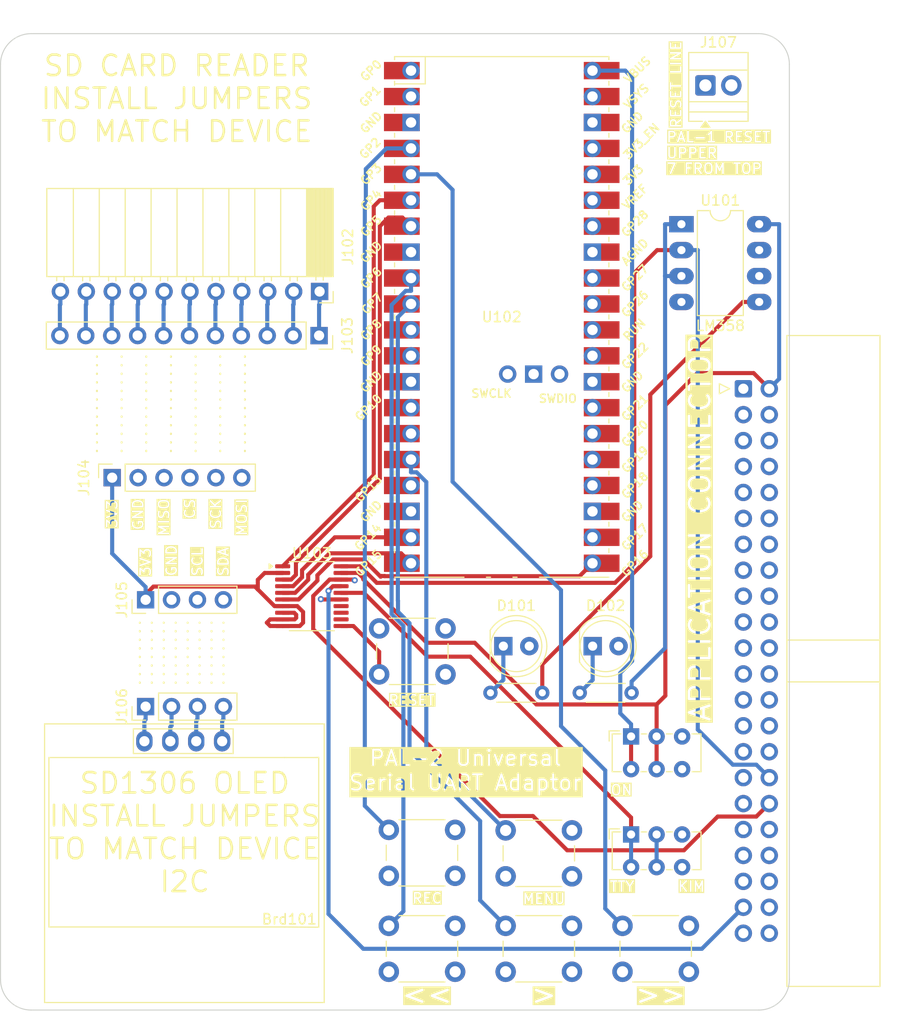
<source format=kicad_pcb>
(kicad_pcb (version 20241229) (generator "pcbnew") (generator_version "9.0")
  (layers (0 "F.Cu" signal) (4 "In1.Cu" signal) (6 "In2.Cu" signal) (2 "B.Cu" signal) (13 "F.Paste" user) (15 "B.Paste" user) (5 "F.SilkS" user "F.Silkscreen") (7 "B.SilkS" user "B.Silkscreen") (1 "F.Mask" user) (3 "B.Mask" user) (25 "Edge.Cuts" user))
  (net 0 "")
  (net 3 "TTY_SWITCH2")
  (net 10 "TTY_SWITCH1")
  (net 17 "TTY_OUT")
  (net 21 "VCC_V5")
  (net 25 "TTY_IN")
  (net 38 "GND")
  (net 45 "INPUT1")
  (net 46 "INPUT2")
  (net 47 "INPUT3")
  (net 48 "INPUT4")
  (net 49 "INPUT5")
  (net 50 "INPUT6")
  (net 51 "Net-(U101B-+)")
  (net 52 "Net-(U101A-+)")
  (net 53 "/LED_USB_OUT")
  (net 54 "/LED_USB_IN")
  (net 55 "PAL-2-RESET")
  (net 57 "EXT_VCC")
  (net 59 "3V3_PAL-2-RESET")
  (net 76 "SD_MISO")
  (net 77 "SD_CS")
  (net 78 "SD_SCK")
  (net 79 "SD_MOSI")
  (net 80 "INPUT7")
  (net 81 "INPUT8")
  (net 82 "INPUT9")
  (net 83 "INPUT10")
  (net 84 "INPUT11")
  (net 85 "3V3")
  (net 86 "3V3_TTY_IN")
  (net 87 "3V3_TTY_OUT")
  (net 94 "SCL")
  (net 95 "SDA")
  (net 96 "Net-(Brd101-VCC)")
  (net 97 "Net-(Brd101-SDA)")
  (net 98 "Net-(Brd101-GND)")
  (net 99 "Net-(Brd101-SCL)")
  (net 100 "/RESET")
  (net 101 "CTL_MENU")
  (net 102 "CTL_REWIND")
  (net 103 "CTL_PLAY")
  (net 104 "CTL_FF")
  (net 105 "CTL_REC")
  (net 110 "3V3_TTY_SWITCH1")
  (net 115 "3V3_TTY_SWITCH2")
  (footprint "Connector_PinSocket_2.54mm:PinSocket_1x11_P2.54mm_Vertical" (layer "F.Cu") (at 116.6676 44.577 -90)
    (property "Reference" "J103")
    (property "Value" "Conn_01x11_Socket" (hide yes))
  )
  (footprint "jjz:switch" (layer "F.Cu") (at 147.2425 93.45)
    (property "Reference" "SW101" (hide yes))
    (property "Value" "SW_Push_SPDT" (hide yes))
  )
  (footprint "jjz:SW_PUSH_6mm" (layer "F.Cu") (at 134.95 93.05)
    (property "Reference" "SW104" (hide yes))
    (property "Value" "MENU")
  )
  (footprint "jjz:LED_D5.0mm" (layer "F.Cu") (at 143.475 75)
    (property "Reference" "D102")
    (property "Value" "LED_Small_Filled")
  )
  (footprint "jjz:SW_PUSH_6mm" (layer "F.Cu") (at 134.95 102.4)
    (property "Reference" "SW106" (hide yes))
    (property "Value" ">")
  )
  (footprint "jjz:LED_D5.0mm" (layer "F.Cu") (at 134.725 75)
    (property "Reference" "D101")
    (property "Value" "LED_Small_Filled")
  )
  (footprint "jjz:RPi_PicoW_SMD_TH" (layer "F.Cu") (at 134.5659 42.75)
    (property "Reference" "U102")
    (property "Value" "Pico")
  )
  (footprint "jjz:128x64OLED" (layer "F.Cu") (at 103.1696 94.916)
    (property "Reference" "Brd101")
    (property "Value" "SSD1306")
  )
  (footprint "jjz:TerminalBlock_Xinya_XY308-2.54-2P_1x02_P2.54mm_Horizontal" (layer "F.Cu") (at 154.525 20.0675)
    (property "Reference" "J107")
    (property "Value" "PAL-1 RESET")
  )
  (footprint "jjz:DIP-8_W7.62mm_LongPads" (layer "F.Cu") (at 152.175 33.665)
    (property "Reference" "U101")
    (property "Value" "LM358")
  )
  (footprint "Connector_PinSocket_2.54mm:PinSocket_1x11_P2.54mm_Horizontal" (layer "F.Cu") (at 116.7176 40.259 -90)
    (property "Reference" "J102")
    (property "Value" "Conn_01x11_Socket" (hide yes))
  )
  (footprint "jjz:IDC-Header_2x22_P2.54mm_Horizontal" (layer "F.Cu") (at 158.242 49.784)
    (property "Reference" "J101" (hide yes))
    (property "Value" "Conn_02x22_Row_Letter_First_MountingPin")
  )
  (footprint "jjz:R_Axial_DIN0204_L3.6mm_D1.6mm_P5.08mm_Horizontal" (layer "F.Cu") (at 142.21 79.572)
    (property "Reference" "R102" (hide yes))
    (property "Value" "330R")
  )
  (footprint "jjz:SW_PUSH_6mm" (layer "F.Cu") (at 122.5552 73.2656)
    (property "Reference" "SW103" (hide yes))
    (property "Value" "SW_Push" (hide yes))
  )
  (footprint "jjz:SW_PUSH_6mm" (layer "F.Cu") (at 123.5 93)
    (property "Reference" "SW108" (hide yes))
    (property "Value" "REC")
  )
  (footprint "jjz:switch" (layer "F.Cu") (at 147.2425 83.85)
    (property "Reference" "SW102" (hide yes))
    (property "Value" "SW_Push_SPDT" (hide yes))
  )
  (footprint "jjz:R_Axial_DIN0204_L3.6mm_D1.6mm_P5.08mm_Horizontal" (layer "F.Cu") (at 133.46 79.572)
    (property "Reference" "R101" (hide yes))
    (property "Value" "330R")
  )
  (footprint "jjz:SW_PUSH_6mm" (layer "F.Cu") (at 146.4 102.4)
    (property "Reference" "SW107" (hide yes))
    (property "Value" ">>")
  )
  (footprint "jjz:PinSocket_1x06_P2.54mm_Vertical" (layer "F.Cu") (at 96.3926 58.4966 90)
    (property "Reference" "J104")
    (property "Value" "Conn_01x06")
  )
  (footprint "jjz:PinHeader_1x04_P2.54mm_Vertical" (layer "F.Cu") (at 99.6696 70.4596 90)
    (property "Reference" "J105")
    (property "Value" "Conn_01x04_Pin")
  )
  (footprint "jjz:PinHeader_1x04_P2.54mm_Vertical" (layer "F.Cu") (at 99.6696 80.9244 90)
    (property "Reference" "J106")
    (property "Value" "Conn_01x04_Pin")
  )
  (footprint "jjz:TSSOP-20_4.4x6.5mm_P0.65mm" (layer "F.Cu") (at 115.9607 70.104)
    (property "Reference" "U103")
    (property "Value" "TXS0108EPW")
  )
  (footprint "jjz:SW_PUSH_6mm" (layer "F.Cu") (at 123.5 102.4)
    (property "Reference" "SW105" (hide yes))
    (property "Value" "<<")
  )
  (gr_line (start 106.983333 55.9) (end 106.983333 46.5) (stroke (width 0.2) (type dot)) (layer "F.SilkS"))
  (gr_line (start 104.566667 55.9) (end 104.566667 46.5) (stroke (width 0.2) (type dot)) (layer "F.SilkS"))
  (gr_line (start 97.316667 55.9) (end 97.316667 46.5) (stroke (width 0.2) (type dot)) (layer "F.SilkS"))
  (gr_line (start 102.15 55.9) (end 102.15 46.5) (stroke (width 0.2) (type dot)) (layer "F.SilkS"))
  (gr_line (start 109.4 55.9) (end 109.4 46.5) (stroke (width 0.2) (type dot)) (layer "F.SilkS"))
  (gr_line (start 99.733333 55.9) (end 99.733333 46.5) (stroke (width 0.2) (type dot)) (layer "F.SilkS"))
  (gr_line (start 99.1 78.6) (end 99.1 72.7) (stroke (width 0.2) (type dot)) (layer "F.SilkS"))
  (gr_line (start 102.614286 78.6) (end 102.614286 72.7) (stroke (width 0.2) (type dot)) (layer "F.SilkS"))
  (gr_line (start 104.957143 78.6) (end 104.957143 72.7) (stroke (width 0.2) (type dot)) (layer "F.SilkS"))
  (gr_line (start 101.442857 78.6) (end 101.442857 72.7) (stroke (width 0.2) (type dot)) (layer "F.SilkS"))
  (gr_line (start 100.271429 78.6) (end 100.271429 72.7) (stroke (width 0.2) (type dot)) (layer "F.SilkS"))
  (gr_line (start 107.3 78.6) (end 107.3 72.7) (stroke (width 0.2) (type dot)) (layer "F.SilkS"))
  (gr_line (start 106.128571 78.6) (end 106.128571 72.7) (stroke (width 0.2) (type dot)) (layer "F.SilkS"))
  (gr_line (start 94.9 55.9) (end 94.9 46.5) (stroke (width 0.2) (type dot)) (layer "F.SilkS"))
  (gr_line (start 103.785714 78.6) (end 103.785714 72.7) (stroke (width 0.2) (type dot)) (layer "F.SilkS"))
  (gr_arc (start 85.45 18) (mid 86.32868 15.87868) (end 88.45 15) (stroke (width 0.1)) (layer "Edge.Cuts"))
  (gr_arc (start 159.75 15) (mid 161.87132 15.87868) (end 162.75 18) (stroke (width 0.1)) (layer "Edge.Cuts"))
  (gr_line (start 88.45 15) (end 159.75 15) (stroke (width 0.1)) (layer "Edge.Cuts"))
  (gr_line (start 159.75 110.65) (end 88.45 110.65) (stroke (width 0.1)) (layer "Edge.Cuts"))
  (gr_line (start 85.45 107.65) (end 85.45 18) (stroke (width 0.1)) (layer "Edge.Cuts"))
  (gr_line (start 162.75 18) (end 162.75 107.65) (stroke (width 0.1)) (layer "Edge.Cuts"))
  (gr_arc (start 88.45 110.65) (mid 86.32868 109.77132) (end 85.45 107.65) (stroke (width 0.1)) (layer "Edge.Cuts"))
  (gr_arc (start 162.75 107.65) (mid 161.87132 109.77132) (end 159.75 110.65) (stroke (width 0.1)) (layer "Edge.Cuts"))
  (gr_text "SD1306 OLED\nINSTALL JUMPERS\nTO MATCH DEVICE\nI2C" (at 103.5 99.25 0) (layer "F.SilkS") (effects (font (size 2 2) (thickness 0.25)) (justify bottom)))
  (gr_text "SD CARD READER\nINSTALL JUMPERS\nTO MATCH DEVICE\n" (at 102.7176 25.75 0) (layer "F.SilkS") (effects (font (size 2 2) (thickness 0.25)) (justify bottom)))
  (gr_text "PAL-2 Universal\nSerial UART Adaptor" (at 131 89.25 0) (layer "F.SilkS" knockout) (effects (font (size 1.5 1.5) (thickness 0.1875)) (justify bottom)))
  (segment (start 131.4768 76.0287) (end 147.2425 91.7944) (width 0.4) (layer "F.Cu") (net 3))
  (segment (start 127.3007 76.0287) (end 131.4768 76.0287) (width 0.4) (layer "F.Cu") (net 3))
  (segment (start 121.051 69.779) (end 127.3007 76.0287) (width 0.4) (layer "F.Cu") (net 3))
  (segment (start 118.8232 69.779) (end 121.051 69.779) (width 0.4) (layer "F.Cu") (net 3))
  (segment (start 147.2425 91.7944) (end 147.2425 93.45) (width 0.4) (layer "F.Cu") (net 3))
  (segment (start 147.2425 93.45) (end 147.2425 96.65) (width 0.4) (layer "B.Cu") (net 3))
  (segment (start 118.024408 69.129) (end 117.59188 69.561528) (width 0.4) (layer "F.Cu") (net 10))
  (segment (start 118.8232 69.129) (end 118.024408 69.129) (width 0.4) (layer "F.Cu") (net 10))
  (segment (start 117.59188 69.561528) (end 117.59188 69.590776) (width 0.4) (layer "F.Cu") (net 10))
  (via (at 117.59188 69.590776) (size 0.6) (drill 0.3) (layers "F.Cu" "B.Cu") (net 10))
  (segment (start 149.7425 93.45) (end 149.7425 96.65) (width 0.4) (layer "B.Cu") (net 10))
  (segment (start 117.59188 101.24188) (end 121 104.65) (width 0.4) (layer "B.Cu") (net 10))
  (segment (start 154.176 104.65) (end 158.242 100.584) (width 0.4) (layer "B.Cu") (net 10))
  (segment (start 117.59188 69.590776) (end 117.59188 101.24188) (width 0.4) (layer "B.Cu") (net 10))
  (segment (start 121 104.65) (end 154.176 104.65) (width 0.4) (layer "B.Cu") (net 10))
  (segment (start 118.8232 68.479) (end 120.088024 68.479) (width 0.4) (layer "F.Cu") (net 17))
  (segment (start 116.09188 70.089339) (end 116.09188 73.35188) (width 0.4) (layer "F.Cu") (net 17))
  (segment (start 152.424 95) (end 155.73 91.694) (width 0.4) (layer "F.Cu") (net 17))
  (segment (start 134.3883 91.6483) (end 137.6285 91.6483) (width 0.4) (layer "F.Cu") (net 17))
  (segment (start 140.9802 95) (end 152.424 95) (width 0.4) (layer "F.Cu") (net 17))
  (segment (start 118.8232 68.479) (end 117.702219 68.479) (width 0.4) (layer "F.Cu") (net 17))
  (segment (start 120.088024 68.479) (end 120.158462 68.549438) (width 0.4) (layer "F.Cu") (net 17))
  (segment (start 116.09188 73.35188) (end 134.3883 91.6483) (width 0.4) (layer "F.Cu") (net 17))
  (segment (start 159.512 91.694) (end 160.782 90.424) (width 0.4) (layer "F.Cu") (net 17))
  (segment (start 155.73 91.694) (end 159.512 91.694) (width 0.4) (layer "F.Cu") (net 17))
  (segment (start 117.702219 68.479) (end 116.09188 70.089339) (width 0.4) (layer "F.Cu") (net 17))
  (segment (start 137.6285 91.6483) (end 140.9802 95) (width 0.4) (layer "F.Cu") (net 17))
  (via (at 120.158462 68.549438) (size 0.6) (drill 0.3) (layers "F.Cu" "B.Cu") (net 17))
  (segment (start 121 68.4547) (end 127.2126 74.6673) (width 0.4) (layer "F.Cu") (net 21))
  (segment (start 120.498686 67.829) (end 121 68.330314) (width 0.4) (layer "F.Cu") (net 21))
  (segment (start 150.6 51.4) (end 150.6 79.8562) (width 0.4) (layer "F.Cu") (net 21))
  (segment (start 127.2126 74.6673) (end 131.9168 74.6673) (width 0.4) (layer "F.Cu") (net 21))
  (segment (start 118.8232 67.829) (end 120.498686 67.829) (width 0.4) (layer "F.Cu") (net 21))
  (segment (start 131.9168 74.6673) (end 137.9632 80.7137) (width 0.4) (layer "F.Cu") (net 21))
  (segment (start 153.75 48.25) (end 150.6 51.4) (width 0.4) (layer "F.Cu") (net 21))
  (segment (start 121 68.330314) (end 121 68.4547) (width 0.4) (layer "F.Cu") (net 21))
  (segment (start 150.6 79.8562) (end 149.7425 80.7137) (width 0.4) (layer "F.Cu") (net 21))
  (segment (start 159.248 48.25) (end 153.75 48.25) (width 0.4) (layer "F.Cu") (net 21))
  (segment (start 137.9632 80.7137) (end 149.7425 80.7137) (width 0.4) (layer "F.Cu") (net 21))
  (segment (start 149.7425 87.05) (end 149.7425 83.85) (width 0.4) (layer "F.Cu") (net 21))
  (segment (start 149.7425 80.7137) (end 149.7425 83.85) (width 0.4) (layer "F.Cu") (net 21))
  (segment (start 160.782 49.784) (end 159.248 48.25) (width 0.4) (layer "F.Cu") (net 21))
  (segment (start 160.782 49.784) (end 161.75 48.816) (width 0.4) (layer "B.Cu") (net 21))
  (segment (start 161.75 48.816) (end 161.75 33.665) (width 0.4) (layer "B.Cu") (net 21))
  (segment (start 161.75 33.665) (end 159.795 33.665) (width 0.4) (layer "B.Cu") (net 21))
  (segment (start 120.697214 67.179) (end 122.318214 68.8) (width 0.4) (layer "F.Cu") (net 25))
  (segment (start 145.6655 68.8) (end 147.5533 66.9122) (width 0.4) (layer "F.Cu") (net 25))
  (segment (start 118.8232 67.179) (end 120.697214 67.179) (width 0.4) (layer "F.Cu") (net 25))
  (segment (start 149.795 36.205) (end 151.775 36.205) (width 0.4) (layer "F.Cu") (net 25))
  (segment (start 147.5533 38.4467) (end 149.795 36.205) (width 0.4) (layer "F.Cu") (net 25))
  (segment (start 122.318214 68.8) (end 145.6655 68.8) (width 0.4) (layer "F.Cu") (net 25))
  (segment (start 147.5533 66.9122) (end 147.5533 38.4467) (width 0.4) (layer "F.Cu") (net 25))
  (segment (start 157.214 86.614) (end 153.7767 83.1767) (width 0.4) (layer "B.Cu") (net 25))
  (segment (start 160.782 87.884) (end 159.512 86.614) (width 0.4) (layer "B.Cu") (net 25))
  (segment (start 153.7767 83.1767) (end 153.7767 36.205) (width 0.4) (layer "B.Cu") (net 25))
  (segment (start 153.7767 36.205) (end 152.175 36.205) (width 0.4) (layer "B.Cu") (net 25))
  (segment (start 159.512 86.614) (end 157.214 86.614) (width 0.4) (layer "B.Cu") (net 25))
  (segment (start 120.029 73.029) (end 118.8232 73.029) (width 0.4) (layer "F.Cu") (net 38))
  (segment (start 122.5552 75.5552) (end 120.029 73.029) (width 0.4) (layer "F.Cu") (net 38))
  (segment (start 122.5552 77.7656) (end 122.5552 75.5552) (width 0.4) (layer "F.Cu") (net 38))
  (segment (start 116.6676 41.5607) (end 116.6676 44.577) (width 0.4) (layer "B.Cu") (net 45))
  (segment (start 116.7176 40.259) (end 116.7176 41.5107) (width 0.4) (layer "B.Cu") (net 45))
  (segment (start 116.7176 41.5107) (end 116.6676 41.5607) (width 0.4) (layer "B.Cu") (net 45))
  (segment (start 114.1776 40.259) (end 114.1776 41.5107) (width 0.4) (layer "B.Cu") (net 46))
  (segment (start 114.1776 41.5107) (end 114.1276 41.5607) (width 0.4) (layer "B.Cu") (net 46))
  (segment (start 114.1276 41.5607) (end 114.1276 44.577) (width 0.4) (layer "B.Cu") (net 46))
  (segment (start 111.6376 41.5107) (end 111.5876 41.5607) (width 0.4) (layer "B.Cu") (net 47))
  (segment (start 111.6376 40.259) (end 111.6376 41.5107) (width 0.4) (layer "B.Cu") (net 47))
  (segment (start 111.5876 41.5607) (end 111.5876 44.577) (width 0.4) (layer "B.Cu") (net 47))
  (segment (start 109.0976 41.5107) (end 109.0476 41.5607) (width 0.4) (layer "B.Cu") (net 48))
  (segment (start 109.0476 41.5607) (end 109.0476 44.577) (width 0.4) (layer "B.Cu") (net 48))
  (segment (start 109.0976 40.259) (end 109.0976 41.5107) (width 0.4) (layer "B.Cu") (net 48))
  (segment (start 106.5576 40.259) (end 106.5576 41.5107) (width 0.4) (layer "B.Cu") (net 49))
  (segment (start 106.5576 41.5107) (end 106.5076 41.5607) (width 0.4) (layer "B.Cu") (net 49))
  (segment (start 106.5076 41.5607) (end 106.5076 44.577) (width 0.4) (layer "B.Cu") (net 49))
  (segment (start 103.9676 41.5607) (end 103.9676 44.577) (width 0.4) (layer "B.Cu") (net 50))
  (segment (start 104.0176 40.259) (end 104.0176 41.5107) (width 0.4) (layer "B.Cu") (net 50))
  (segment (start 104.0176 41.5107) (end 103.9676 41.5607) (width 0.4) (layer "B.Cu") (net 50))
  (segment (start 138.54 79.572) (end 138.54 76.7814) (width 0.4) (layer "F.Cu") (net 51))
  (segment (start 149.1237 66.1977) (end 149.1237 50.3546) (width 0.4) (layer "F.Cu") (net 51))
  (segment (start 159.795 41.285) (end 158.1933 41.285) (width 0.4) (layer "F.Cu") (net 51))
  (segment (start 149.1237 50.3546) (end 158.1933 41.285) (width 0.4) (layer "F.Cu") (net 51))
  (segment (start 138.54 76.7814) (end 149.1237 66.1977) (width 0.4) (layer "F.Cu") (net 51))
  (segment (start 150.5733 75.187) (end 150.5733 38.745) (width 0.4) (layer "B.Cu") (net 52))
  (segment (start 147.29 79.572) (end 147.29 78.4703) (width 0.4) (layer "B.Cu") (net 52))
  (segment (start 147.29 78.4703) (end 150.5733 75.187) (width 0.4) (layer "B.Cu") (net 52))
  (segment (start 150.5733 38.745) (end 150.5733 33.665) (width 0.4) (layer "B.Cu") (net 52))
  (segment (start 152.175 38.745) (end 150.5733 38.745) (width 0.4) (layer "B.Cu") (net 52))
  (segment (start 152.175 33.665) (end 150.5733 33.665) (width 0.4) (layer "B.Cu") (net 52))
  (segment (start 134.725 78.307) (end 134.725 75) (width 0.4) (layer "B.Cu") (net 53))
  (segment (start 133.46 79.572) (end 134.725 78.307) (width 0.4) (layer "B.Cu") (net 53))
  (segment (start 143.475 78.307) (end 143.475 75) (width 0.4) (layer "B.Cu") (net 54))
  (segment (start 142.21 79.572) (end 143.475 78.307) (width 0.4) (layer "B.Cu") (net 54))
  (segment (start 116.9294 70.4) (end 116.84188 70.4) (width 0.4) (layer "F.Cu") (net 55))
  (segment (start 118.8232 70.429) (end 116.9584 70.429) (width 0.4) (layer "F.Cu") (net 55))
  (segment (start 116.9584 70.429) (end 116.9294 70.4) (width 0.4) (layer "F.Cu") (net 55))
  (via (at 116.84188 70.4) (size 0.6) (drill 0.3) (layers "F.Cu" "B.Cu") (net 55))
  (segment (start 147.2425 87.05) (end 147.2425 83.85) (width 0.4) (layer "F.Cu") (net 57))
  (segment (start 146.1831 81.5889) (end 147.2425 82.6483) (width 0.4) (layer "B.Cu") (net 57))
  (segment (start 143.4559 18.62) (end 146.67 18.62) (width 0.4) (layer "B.Cu") (net 57))
  (segment (start 147.2425 82.6483) (end 147.2425 83.85) (width 0.4) (layer "B.Cu") (net 57))
  (segment (start 147.3399 76.4626) (end 146.1831 77.6194) (width 0.4) (layer "B.Cu") (net 57))
  (segment (start 147.35 19.3) (end 147.35 23.198) (width 0.4) (layer "B.Cu") (net 57))
  (segment (start 147.3399 23.2081) (end 147.3399 76.4626) (width 0.4) (layer "B.Cu") (net 57))
  (segment (start 146.67 18.62) (end 147.35 19.3) (width 0.4) (layer "B.Cu") (net 57))
  (segment (start 147.35 23.198) (end 147.3399 23.2081) (width 0.4) (layer "B.Cu") (net 57))
  (segment (start 146.1831 77.6194) (end 146.1831 81.5889) (width 0.4) (layer "B.Cu") (net 57))
  (segment (start 121.0089 66.5089) (end 118.044508 66.5089) (width 0.4) (layer "F.Cu") (net 59))
  (segment (start 117.503408 67.05) (end 117.5017 67.05) (width 0.4) (layer "F.Cu") (net 59))
  (segment (start 116.503 68.0487) (end 116.503 68.5797) (width 0.4) (layer "F.Cu") (net 59))
  (segment (start 142.1909 68.145) (end 123.095 68.145) (width 0.4) (layer "F.Cu") (net 59))
  (segment (start 118.044508 66.5089) (end 117.503408 67.05) (width 0.4) (layer "F.Cu") (net 59))
  (segment (start 143.4559 66.88) (end 142.1909 68.145) (width 0.4) (layer "F.Cu") (net 59))
  (segment (start 117.5017 67.05) (end 116.503 68.0487) (width 0.4) (layer "F.Cu") (net 59))
  (segment (start 122.769 68.131) (end 122.7 68.2) (width 0.4) (layer "F.Cu") (net 59))
  (segment (start 122.7 68.2) (end 121.0089 66.5089) (width 0.4) (layer "F.Cu") (net 59))
  (segment (start 123.081 68.131) (end 122.769 68.131) (width 0.4) (layer "F.Cu") (net 59))
  (segment (start 114.6537 70.429) (end 113.0982 70.429) (width 0.4) (layer "F.Cu") (net 59))
  (segment (start 116.503 68.5797) (end 114.6537 70.429) (width 0.4) (layer "F.Cu") (net 59))
  (segment (start 123.095 68.145) (end 123.081 68.131) (width 0.4) (layer "F.Cu") (net 59))
  (segment (start 101.4776 41.5107) (end 101.4276 41.5607) (width 0.4) (layer "B.Cu") (net 80))
  (segment (start 101.4276 41.5607) (end 101.4276 44.577) (width 0.4) (layer "B.Cu") (net 80))
  (segment (start 101.4776 40.259) (end 101.4776 41.5107) (width 0.4) (layer "B.Cu") (net 80))
  (segment (start 98.9376 41.5107) (end 98.8876 41.5607) (width 0.4) (layer "B.Cu") (net 81))
  (segment (start 98.9376 40.259) (end 98.9376 41.5107) (width 0.4) (layer "B.Cu") (net 81))
  (segment (start 98.8876 41.5607) (end 98.8876 44.577) (width 0.4) (layer "B.Cu") (net 81))
  (segment (start 96.3976 41.5107) (end 96.3476 41.5607) (width 0.4) (layer "B.Cu") (net 82))
  (segment (start 96.3476 41.5607) (end 96.3476 44.577) (width 0.4) (layer "B.Cu") (net 82))
  (segment (start 96.3976 40.259) (end 96.3976 41.5107) (width 0.4) (layer "B.Cu") (net 82))
  (segment (start 93.8576 41.5107) (end 93.8076 41.5607) (width 0.4) (layer "B.Cu") (net 83))
  (segment (start 93.8576 40.259) (end 93.8576 41.5107) (width 0.4) (layer "B.Cu") (net 83))
  (segment (start 93.8076 41.5607) (end 93.8076 44.577) (width 0.4) (layer "B.Cu") (net 83))
  (segment (start 91.3176 41.5107) (end 91.2676 41.5607) (width 0.4) (layer "B.Cu") (net 84))
  (segment (start 91.3176 40.259) (end 91.3176 41.5107) (width 0.4) (layer "B.Cu") (net 84))
  (segment (start 91.2676 41.5607) (end 91.2676 44.577) (width 0.4) (layer "B.Cu") (net 84))
  (segment (start 114.421 72.229) (end 114.421 71.921) (width 0.4) (layer "F.Cu") (net 85))
  (segment (start 110.6608 69.4391) (end 112.3006 71.079) (width 0.4) (layer "F.Cu") (net 85))
  (segment (start 112.3006 71.079) (end 113.0982 71.079) (width 0.4) (layer "F.Cu") (net 85))
  (segment (start 115.1 71.65) (end 115.1 72.7) (width 0.4) (layer "F.Cu") (net 85))
  (segment (start 113.0982 73.029) (end 111.879 73.029) (width 0.4) (layer "F.Cu") (net 85))
  (segment (start 110.6608 68.5014) (end 110.6608 69.4391) (width 0.4) (layer "F.Cu") (net 85))
  (segment (start 114.421 71.921) (end 114.229 71.729) (width 0.4) (layer "F.Cu") (net 85))
  (segment (start 113.0982 72.379) (end 114.271 72.379) (width 0.4) (layer "F.Cu") (net 85))
  (segment (start 110.3838 69.1622) (end 110.6608 69.4391) (width 0.4) (layer "F.Cu") (net 85))
  (segment (start 111.871 72.379) (end 113.0982 72.379) (width 0.4) (layer "F.Cu") (net 85))
  (segment (start 99.6696 69.9304) (end 100.4378 69.1622) (width 0.4) (layer "F.Cu") (net 85))
  (segment (start 114.229 71.729) (end 113.0982 71.729) (width 0.4) (layer "F.Cu") (net 85))
  (segment (start 114.771 73.029) (end 113.0982 73.029) (width 0.4) (layer "F.Cu") (net 85))
  (segment (start 111.879 73.029) (end 111.55 72.7) (width 0.4) (layer "F.Cu") (net 85))
  (segment (start 114.271 72.379) (end 114.421 72.229) (width 0.4) (layer "F.Cu") (net 85))
  (segment (start 111.55 72.7) (end 111.871 72.379) (width 0.4) (layer "F.Cu") (net 85))
  (segment (start 114.529 71.079) (end 115.1 71.65) (width 0.4) (layer "F.Cu") (net 85))
  (segment (start 113.0982 67.829) (end 111.3332 67.829) (width 0.4) (layer "F.Cu") (net 85))
  (segment (start 111.3332 67.829) (end 110.6608 68.5014) (width 0.4) (layer "F.Cu") (net 85))
  (segment (start 100.4378 69.1622) (end 110.3838 69.1622) (width 0.4) (layer "F.Cu") (net 85))
  (segment (start 115.1 72.7) (end 114.771 73.029) (width 0.4) (layer "F.Cu") (net 85))
  (segment (start 113.0982 71.079) (end 114.529 71.079) (width 0.4) (layer "F.Cu") (net 85))
  (segment (start 99.6696 69.2079) (end 96.3926 65.9309) (width 0.4) (layer "B.Cu") (net 85))
  (segment (start 96.3926 65.9309) (end 96.3926 58.4966) (width 0.4) (layer "B.Cu") (net 85))
  (segment (start 99.6696 70.4596) (end 99.6696 69.2079) (width 0.4) (layer "B.Cu") (net 85))
  (segment (start 125.6759 31.32) (end 122.6242 31.32) (width 0.4) (layer "F.Cu") (net 86))
  (segment (start 122.0225 58.2547) (end 113.0982 67.179) (width 0.4) (layer "F.Cu") (net 86))
  (segment (start 122.6242 31.32) (end 122.0225 31.9217) (width 0.4) (layer "F.Cu") (net 86))
  (segment (start 122.0225 31.9217) (end 122.0225 58.2547) (width 0.4) (layer "F.Cu") (net 86))
  (segment (start 122.6242 58.59) (end 114.3979 66.8163) (width 0.4) (layer "F.Cu") (net 87))
  (segment (start 123.4742 33.01) (end 122.6242 33.86) (width 0.4) (layer "F.Cu") (net 87))
  (segment (start 114.3979 68.006516) (end 113.925416 68.479) (width 0.4) (layer "F.Cu") (net 87))
  (segment (start 124.8259 33.01) (end 123.4742 33.01) (width 0.4) (layer "F.Cu") (net 87))
  (segment (start 122.6242 33.86) (end 122.6242 58.59) (width 0.4) (layer "F.Cu") (net 87))
  (segment (start 113.925416 68.479) (end 113.0982 68.479) (width 0.4) (layer "F.Cu") (net 87))
  (segment (start 114.3979 66.8163) (end 114.3979 68.006516) (width 0.4) (layer "F.Cu") (net 87))
  (segment (start 125.6759 33.86) (end 124.8259 33.01) (width 0.4) (layer "F.Cu") (net 87))
  (segment (start 102.2096 82.7943) (end 102.0896 82.9143) (width 0.4) (layer "B.Cu") (net 96))
  (segment (start 102.2096 80.9244) (end 102.2096 82.7943) (width 0.4) (layer "B.Cu") (net 96))
  (segment (start 102.0896 84.316) (end 102.0896 82.9143) (width 0.4) (layer "B.Cu") (net 96))
  (segment (start 107.2896 80.9244) (end 107.2896 82.1761) (width 0.4) (layer "B.Cu") (net 97))
  (segment (start 107.2896 82.1761) (end 107.1696 82.2961) (width 0.4) (layer "B.Cu") (net 97))
  (segment (start 107.1696 82.2961) (end 107.1696 84.316) (width 0.4) (layer "B.Cu") (net 97))
  (segment (start 99.6696 82.1761) (end 99.5496 82.2961) (width 0.4) (layer "B.Cu") (net 98))
  (segment (start 99.6696 80.9244) (end 99.6696 82.1761) (width 0.4) (layer "B.Cu") (net 98))
  (segment (start 99.5496 82.2961) (end 99.5496 84.316) (width 0.4) (layer "B.Cu") (net 98))
  (segment (start 104.7496 80.9244) (end 104.7496 82.1761) (width 0.4) (layer "B.Cu") (net 99))
  (segment (start 104.7496 82.1761) (end 104.6296 82.2961) (width 0.4) (layer "B.Cu") (net 99))
  (segment (start 104.6296 82.2961) (end 104.6296 84.316) (width 0.4) (layer "B.Cu") (net 99))
  (segment (start 134.95 93.05) (end 127.1767 85.2767) (width 0.4) (layer "B.Cu") (net 101))
  (segment (start 126.2237 57.9717) (end 125.6759 57.9717) (width 0.4) (layer "B.Cu") (net 101))
  (segment (start 125.6759 56.72) (end 125.6759 57.9717) (width 0.4) (layer "B.Cu") (net 101))
  (segment (start 127.1767 58.9247) (end 126.2237 57.9717) (width 0.4) (layer "B.Cu") (net 101))
  (segment (start 127.1767 85.2767) (end 127.1767 58.9247) (width 0.4) (layer "B.Cu") (net 101))
  (segment (start 124.929 100.971) (end 124.929 73.008) (width 0.4) (layer "B.Cu") (net 102))
  (segment (start 123.77 41.5789) (end 125.1572 40.1917) (width 0.4) (layer "B.Cu") (net 102))
  (segment (start 125.6759 40.1917) (end 125.6759 38.94) (width 0.4) (layer "B.Cu") (net 102))
  (segment (start 123.5 102.4) (end 124.929 100.971) (width 0.4) (layer "B.Cu") (net 102))
  (segment (start 123.77 71.849) (end 123.77 41.5789) (width 0.4) (layer "B.Cu") (net 102))
  (segment (start 125.1572 40.1917) (end 125.6759 40.1917) (width 0.4) (layer "B.Cu") (net 102))
  (segment (start 124.929 73.008) (end 123.77 71.849) (width 0.4) (layer "B.Cu") (net 102))
  (segment (start 132.45 99.9) (end 132.45 92.1341) (width 0.4) (layer "B.Cu") (net 103))
  (segment (start 125.529 85.2131) (end 125.529 72.759472) (width 0.4) (layer "B.Cu") (net 103))
  (segment (start 124.4 71.630472) (end 124.4 70.55) (width 0.4) (layer "B.Cu") (net 103))
  (segment (start 134.95 102.4) (end 132.45 99.9) (width 0.4) (layer "B.Cu") (net 103))
  (segment (start 124.3866 42.7693) (end 125.6759 41.48) (width 0.4) (layer "B.Cu") (net 103))
  (segment (start 124.4 70.55) (end 124.3866 70.5366) (width 0.4) (layer "B.Cu") (net 103))
  (segment (start 124.3866 70.5366) (end 124.3866 42.7693) (width 0.4) (layer "B.Cu") (net 103))
  (segment (start 132.45 92.1341) (end 125.529 85.2131) (width 0.4) (layer "B.Cu") (net 103))
  (segment (start 125.529 72.759472) (end 124.4 71.630472) (width 0.4) (layer "B.Cu") (net 103))
  (segment (start 129.75 30.3) (end 129.75 58.8935) (width 0.4) (layer "B.Cu") (net 104))
  (segment (start 144.7099 100.7099) (end 146.4 102.4) (width 0.4) (layer "B.Cu") (net 104))
  (segment (start 140.375 82.8406) (end 144.7099 87.1755) (width 0.4) (layer "B.Cu") (net 104))
  (segment (start 128.23 28.78) (end 129.75 30.3) (width 0.4) (layer "B.Cu") (net 104))
  (segment (start 144.7099 87.1755) (end 144.7099 100.7099) (width 0.4) (layer "B.Cu") (net 104))
  (segment (start 129.75 58.8935) (end 140.375 69.5185) (width 0.4) (layer "B.Cu") (net 104))
  (segment (start 125.83 28.78) (end 128.23 28.78) (width 0.4) (layer "B.Cu") (net 104))
  (segment (start 140.375 69.5185) (end 140.375 82.8406) (width 0.4) (layer "B.Cu") (net 104))
  (segment (start 121.25 31.37) (end 121.1486 31.4714) (width 0.4) (layer "B.Cu") (net 105))
  (segment (start 123.26 26.24) (end 121.25 28.25) (width 0.4) (layer "B.Cu") (net 105))
  (segment (start 125.11 26.24) (end 123.26 26.24) (width 0.4) (layer "B.Cu") (net 105))
  (segment (start 121.25 28.25) (end 121.25 31.37) (width 0.4) (layer "B.Cu") (net 105))
  (segment (start 121.1486 31.4714) (end 121.1486 90.6486) (width 0.4) (layer "B.Cu") (net 105))
  (segment (start 121.1486 90.6486) (end 123.5 93) (width 0.4) (layer "B.Cu") (net 105))
  (segment (start 114.9996 67.551872) (end 114.9996 68.253344) (width 0.4) (layer "F.Cu") (net 110))
  (segment (start 125.6759 64.34) (end 118.211472 64.34) (width 0.4) (layer "F.Cu") (net 110))
  (segment (start 118.211472 64.34) (end 114.9996 67.551872) (width 0.4) (layer "F.Cu") (net 110))
  (segment (start 114.123944 69.129) (end 113.0982 69.129) (width 0.4) (layer "F.Cu") (net 110))
  (segment (start 114.9996 68.253344) (end 114.123944 69.129) (width 0.4) (layer "F.Cu") (net 110))
  (segment (start 115.6013 67.9965) (end 115.6013 68.500172) (width 0.4) (layer "F.Cu") (net 115))
  (segment (start 124.7038 65.9079) (end 117.6899 65.9079) (width 0.4) (layer "F.Cu") (net 115))
  (segment (start 114.322472 69.779) (end 113.0982 69.779) (width 0.4) (layer "F.Cu") (net 115))
  (segment (start 125.6759 66.88) (end 124.7038 65.9079) (width 0.4) (layer "F.Cu") (net 115))
  (segment (start 115.6013 68.500172) (end 114.322472 69.779) (width 0.4) (layer "F.Cu") (net 115))
  (segment (start 117.6899 65.9079) (end 115.6013 67.9965) (width 0.4) (layer "F.Cu") (net 115))
)
</source>
